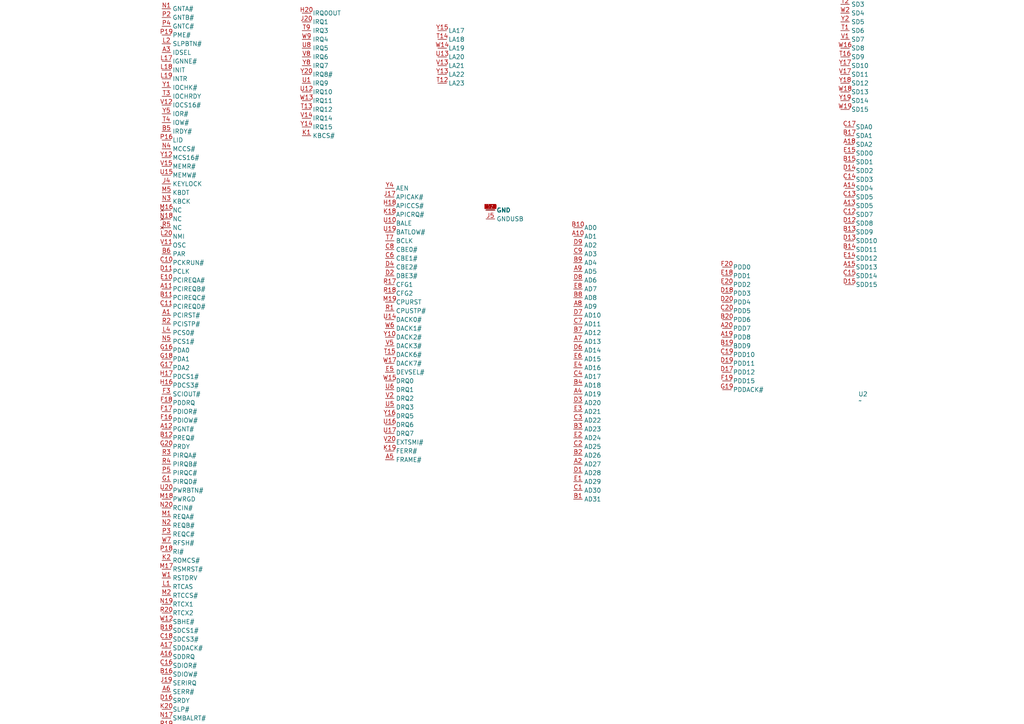
<source format=kicad_sch>
(kicad_sch (version 20231120) (generator "eeschema") (generator_version "8.0")
  (paper "A4")
  (lib_symbols
    (symbol "Library:VT82C596B"
      (property "Reference" "U" (at -35.56 200.66 0))
      (symbol "VT82C596B_0_0"
        (pin bidirectional line (at 96.52 200.66 0) (length 2.54) (name "") (number ""))
        (pin output line (at -100.33 77.47 0) (length 2.54) (name "PCIRST#") (number "A1"))
        (pin bidirectional line (at 19.05 100.33 0) (length 2.54) (name "AD1") (number "A10"))
        (pin input line (at -100.33 85.09 0) (length 2.54) (name "PCIREQB#") (number "A11"))
        (pin input line (at -100.33 44.45 0) (length 2.54) (name "PGNT#") (number "A12"))
        (pin bidirectional line (at 97.79 109.22 0) (length 2.54) (name "SDD5") (number "A13"))
        (pin bidirectional line (at 97.79 114.3 0) (length 2.54) (name "SDD4") (number "A14"))
        (pin bidirectional line (at 97.79 91.44 0) (length 2.54) (name "SDD13") (number "A15"))
        (pin input line (at -100.33 -21.59 0) (length 2.54) (name "SDDRQ") (number "A16"))
        (pin output line (at -100.33 -19.05 0) (length 2.54) (name "SDDACK#") (number "A17"))
        (pin output line (at 97.79 127 0) (length 2.54) (name "SDA2") (number "A18"))
        (pin bidirectional line (at 62.23 71.12 0) (length 2.54) (name "PDD8") (number "A19"))
        (pin bidirectional line (at 19.05 34.29 0) (length 2.54) (name "AD27") (number "A2"))
        (pin bidirectional line (at 62.23 73.66 0) (length 2.54) (name "PDD7") (number "A20"))
        (pin input line (at -100.33 153.67 0) (length 2.54) (name "IDSEL") (number "A3"))
        (pin bidirectional line (at 19.05 54.61 0) (length 2.54) (name "AD19") (number "A4"))
        (pin bidirectional line (at -35.56 35.56 0) (length 2.54) (name "FRAME#") (number "A5"))
        (pin input line (at -100.33 -31.75 0) (length 2.54) (name "SERR#") (number "A6"))
        (pin bidirectional line (at 19.05 69.85 0) (length 2.54) (name "AD13") (number "A7"))
        (pin bidirectional line (at 19.05 80.01 0) (length 2.54) (name "AD9") (number "A8"))
        (pin bidirectional line (at 19.05 90.17 0) (length 2.54) (name "AD5") (number "A9"))
        (pin bidirectional line (at 19.05 24.13 0) (length 2.54) (name "AD31") (number "B1"))
        (pin bidirectional line (at 19.05 102.87 0) (length 2.54) (name "AD0") (number "B10"))
        (pin input line (at -100.33 82.55 0) (length 2.54) (name "PCIREQC#") (number "B11"))
        (pin output line (at -100.33 41.91 0) (length 2.54) (name "PREQ#") (number "B12"))
        (pin bidirectional line (at 97.79 101.6 0) (length 2.54) (name "SDD9") (number "B13"))
        (pin bidirectional line (at 97.79 96.52 0) (length 2.54) (name "SDD11") (number "B14"))
        (pin bidirectional line (at 97.79 121.92 0) (length 2.54) (name "SDD1") (number "B15"))
        (pin output line (at -100.33 -26.67 0) (length 2.54) (name "SDIOW#") (number "B16"))
        (pin output line (at 97.79 129.54 0) (length 2.54) (name "SDA1") (number "B17"))
        (pin output line (at -100.33 -13.97 0) (length 2.54) (name "SDCS1#") (number "B18"))
        (pin bidirectional line (at 62.23 68.58 0) (length 2.54) (name "BDD9") (number "B19"))
        (pin bidirectional line (at 19.05 36.83 0) (length 2.54) (name "AD26") (number "B2"))
        (pin bidirectional line (at 62.23 76.2 0) (length 2.54) (name "PDD6") (number "B20"))
        (pin bidirectional line (at 19.05 44.45 0) (length 2.54) (name "AD23") (number "B3"))
        (pin bidirectional line (at 19.05 57.15 0) (length 2.54) (name "AD18") (number "B4"))
        (pin bidirectional line (at -100.33 130.81 0) (length 2.54) (name "IRDY#") (number "B5"))
        (pin output line (at -100.33 95.25 0) (length 2.54) (name "PAR") (number "B6"))
        (pin bidirectional line (at 19.05 72.39 0) (length 2.54) (name "AD12") (number "B7"))
        (pin bidirectional line (at 19.05 82.55 0) (length 2.54) (name "AD8") (number "B8"))
        (pin bidirectional line (at 19.05 92.71 0) (length 2.54) (name "AD4") (number "B9"))
        (pin bidirectional line (at 19.05 26.67 0) (length 2.54) (name "AD30") (number "C1"))
        (pin bidirectional line (at -100.33 92.71 0) (length 2.54) (name "PCKRUN#") (number "C10"))
        (pin input line (at -100.33 80.01 0) (length 2.54) (name "PCIREQD#") (number "C11"))
        (pin bidirectional line (at 97.79 106.68 0) (length 2.54) (name "SDD7") (number "C12"))
        (pin bidirectional line (at 97.79 111.76 0) (length 2.54) (name "SDD5") (number "C13"))
        (pin bidirectional line (at 97.79 116.84 0) (length 2.54) (name "SDD3") (number "C14"))
        (pin bidirectional line (at 97.79 88.9 0) (length 2.54) (name "SDD14") (number "C15"))
        (pin output line (at -100.33 -24.13 0) (length 2.54) (name "SDIOR#") (number "C16"))
        (pin output line (at 97.79 132.08 0) (length 2.54) (name "SDA0") (number "C17"))
        (pin output line (at -100.33 -16.51 0) (length 2.54) (name "SDCS3#") (number "C18"))
        (pin bidirectional line (at 62.23 66.04 0) (length 2.54) (name "PDD10") (number "C19"))
        (pin bidirectional line (at 19.05 39.37 0) (length 2.54) (name "AD25") (number "C2"))
        (pin bidirectional line (at 62.23 78.74 0) (length 2.54) (name "PDD5") (number "C20"))
        (pin bidirectional line (at 19.05 46.99 0) (length 2.54) (name "AD22") (number "C3"))
        (pin bidirectional line (at 19.05 59.69 0) (length 2.54) (name "AD17") (number "C4"))
        (pin bidirectional line (at -100.33 -85.09 0) (length 2.54) (name "TRDY#") (number "C5"))
        (pin bidirectional line (at -35.56 93.98 0) (length 2.54) (name "CBE1#") (number "C6"))
        (pin bidirectional line (at 19.05 74.93 0) (length 2.54) (name "AD11") (number "C7"))
        (pin bidirectional line (at -35.56 96.52 0) (length 2.54) (name "CBE0#") (number "C8"))
        (pin bidirectional line (at 19.05 95.25 0) (length 2.54) (name "AD3") (number "C9"))
        (pin bidirectional line (at 19.05 31.75 0) (length 2.54) (name "AD28") (number "D1"))
        (pin power_in line (at -6.35 107.95 0) (length 2.54) (name "GND") (number "D10"))
        (pin input line (at -100.33 90.17 0) (length 2.54) (name "PCLK") (number "D11"))
        (pin bidirectional line (at 97.79 104.14 0) (length 2.54) (name "SDD8") (number "D12"))
        (pin bidirectional line (at 97.79 99.06 0) (length 2.54) (name "SDD10") (number "D13"))
        (pin bidirectional line (at 97.79 119.38 0) (length 2.54) (name "SDD2") (number "D14"))
        (pin bidirectional line (at 97.79 86.36 0) (length 2.54) (name "SDD15") (number "D15"))
        (pin input line (at -100.33 -34.29 0) (length 2.54) (name "SRDY") (number "D16"))
        (pin bidirectional line (at 62.23 60.96 0) (length 2.54) (name "PDD12") (number "D17"))
        (pin bidirectional line (at 62.23 83.82 0) (length 2.54) (name "PDD3") (number "D18"))
        (pin bidirectional line (at 62.23 63.5 0) (length 2.54) (name "PDD11") (number "D19"))
        (pin bidirectional line (at -35.56 88.9 0) (length 2.54) (name "DBE3#") (number "D2"))
        (pin bidirectional line (at 62.23 81.28 0) (length 2.54) (name "PDD4") (number "D20"))
        (pin bidirectional line (at 19.05 52.07 0) (length 2.54) (name "AD20") (number "D3"))
        (pin bidirectional line (at -35.56 91.44 0) (length 2.54) (name "CBE2#") (number "D4"))
        (pin bidirectional line (at -100.33 -57.15 0) (length 2.54) (name "STOP#") (number "D5"))
        (pin bidirectional line (at 19.05 67.31 0) (length 2.54) (name "AD14") (number "D6"))
        (pin bidirectional line (at 19.05 77.47 0) (length 2.54) (name "AD10") (number "D7"))
        (pin bidirectional line (at 19.05 87.63 0) (length 2.54) (name "AD6") (number "D8"))
        (pin bidirectional line (at 19.05 97.79 0) (length 2.54) (name "AD2") (number "D9"))
        (pin bidirectional line (at 19.05 29.21 0) (length 2.54) (name "AD29") (number "E1"))
        (pin input line (at -100.33 87.63 0) (length 2.54) (name "PCIREQA#") (number "E10"))
        (pin power_in line (at 17.78 190.5 0) (length 2.54) (name "VCC") (number "E11"))
        (pin power_in line (at 17.78 190.5 0) (length 2.54) (name "VCC") (number "E12"))
        (pin power_in line (at -6.35 107.95 0) (length 2.54) (name "GND") (number "E13"))
        (pin bidirectional line (at 97.79 93.98 0) (length 2.54) (name "SDD12") (number "E14"))
        (pin bidirectional line (at 97.79 124.46 0) (length 2.54) (name "SDD0") (number "E15"))
        (pin power_in line (at 17.78 190.5 0) (length 2.54) (name "VCC") (number "E16"))
        (pin output line (at -100.33 -115.57 0) (length 2.54) (name "PDD14") (number "E17"))
        (pin bidirectional line (at 62.23 88.9 0) (length 2.54) (name "PDD1") (number "E18"))
        (pin output line (at -100.33 -113.03 0) (length 2.54) (name "PDD13") (number "E19"))
        (pin bidirectional line (at 19.05 41.91 0) (length 2.54) (name "AD24") (number "E2"))
        (pin bidirectional line (at 62.23 86.36 0) (length 2.54) (name "PDD2") (number "E20"))
        (pin bidirectional line (at 19.05 49.53 0) (length 2.54) (name "AD21") (number "E3"))
        (pin bidirectional line (at 19.05 62.23 0) (length 2.54) (name "AD16") (number "E4"))
        (pin bidirectional line (at -35.56 60.96 0) (length 2.54) (name "DEVSEL#") (number "E5"))
        (pin bidirectional line (at 19.05 64.77 0) (length 2.54) (name "AD15") (number "E6"))
        (pin power_in line (at -6.35 107.95 0) (length 2.54) (name "GND") (number "E7"))
        (pin bidirectional line (at 19.05 85.09 0) (length 2.54) (name "AD7") (number "E8"))
        (pin power_in line (at 17.78 190.5 0) (length 2.54) (name "VCC") (number "E9"))
        (pin bidirectional line (at -100.33 -102.87 0) (length 2.54) (name "USBP1+") (number "F1"))
        (pin power_in line (at 17.78 190.5 0) (length 2.54) (name "VCC") (number "F14"))
        (pin power_in line (at 17.78 190.5 0) (length 2.54) (name "VCC") (number "F15"))
        (pin output line (at -100.33 46.99 0) (length 2.54) (name "PDIOW#") (number "F16"))
        (pin output line (at -100.33 49.53 0) (length 2.54) (name "PDIOR#") (number "F17"))
        (pin input line (at -100.33 52.07 0) (length 2.54) (name "PDDRQ") (number "F18"))
        (pin bidirectional line (at 62.23 58.42 0) (length 2.54) (name "PDD15") (number "F19"))
        (pin output line (at -63.5 177.8 0) (length 2.54) (name "GPO28") (number "F2"))
        (pin bidirectional line (at 62.23 91.44 0) (length 2.54) (name "PDD0") (number "F20"))
        (pin output line (at -100.33 54.61 0) (length 2.54) (name "SCIOUT#") (number "F3"))
        (pin output line (at -63.5 175.26 0) (length 2.54) (name "GPO30") (number "F4"))
        (pin power_in line (at 17.78 190.5 0) (length 2.54) (name "VCC") (number "F5"))
        (pin power_in line (at 17.78 190.5 0) (length 2.54) (name "VCC") (number "F6"))
        (pin bidirectional line (at -100.33 29.21 0) (length 2.54) (name "PIRQD#") (number "G1"))
        (pin output line (at -100.33 67.31 0) (length 2.54) (name "PDA0") (number "G16"))
        (pin output line (at -100.33 62.23 0) (length 2.54) (name "PDA2") (number "G17"))
        (pin output line (at -100.33 64.77 0) (length 2.54) (name "PDA1") (number "G18"))
        (pin output line (at 62.23 55.88 0) (length 2.54) (name "PDDACK#") (number "G19"))
        (pin bidirectional line (at -100.33 -97.79 0) (length 2.54) (name "USBP0+") (number "G2"))
        (pin input line (at -100.33 39.37 0) (length 2.54) (name "PRDY") (number "G20"))
        (pin input line (at -63.5 187.96 0) (length 2.54) (name "GPI21") (number "G3"))
        (pin output line (at -63.5 185.42 0) (length 2.54) (name "GPO0") (number "G4"))
        (pin output line (at -63.5 180.34 0) (length 2.54) (name "GPO27") (number "G5"))
        (pin power_in line (at 17.78 190.5 0) (length 2.54) (name "VCC") (number "G6"))
        (pin input line (at -63.5 195.58 0) (length 2.54) (name "GPI18") (number "H1"))
        (pin output line (at -100.33 57.15 0) (length 2.54) (name "PDCS3#") (number "H16"))
        (pin output line (at -100.33 59.69 0) (length 2.54) (name "PDCS1#") (number "H17"))
        (pin output line (at -35.56 109.22 0) (length 2.54) (name "APICCS#") (number "H18"))
        (pin input line (at -100.33 -82.55 0) (length 2.54) (name "THRM#") (number "H19"))
        (pin bidirectional line (at -100.33 -100.33 0) (length 2.54) (name "USBP1-") (number "H2"))
        (pin output line (at -59.69 165.1 0) (length 2.54) (name "IRQ0OUT") (number "H20"))
        (pin bidirectional line (at -100.33 -95.25 0) (length 2.54) (name "USBP0-") (number "H3"))
        (pin input line (at -63.5 193.04 0) (length 2.54) (name "GPI19") (number "H4"))
        (pin input line (at -63.5 190.5 0) (length 2.54) (name "GPI20") (number "H5"))
        (pin input line (at -100.33 -90.17 0) (length 2.54) (name "USBOC0#") (number "J1"))
        (pin power_in line (at -6.35 107.95 0) (length 2.54) (name "GND") (number "J10"))
        (pin power_in line (at -6.35 107.95 0) (length 2.54) (name "GND") (number "J11"))
        (pin power_in line (at -6.35 107.95 0) (length 2.54) (name "GND") (number "J12"))
        (pin power_in line (at 17.78 182.88 0) (length 2.54) (name "VREF") (number "J16"))
        (pin output line (at -35.56 111.76 0) (length 2.54) (name "APICAK#") (number "J17"))
        (pin output line (at -100.33 -59.69 0) (length 2.54) (name "STPCLK#") (number "J18"))
        (pin input line (at -100.33 -29.21 0) (length 2.54) (name "SERIRQ") (number "J19"))
        (pin input line (at -100.33 -92.71 0) (length 2.54) (name "USBOC1#") (number "J2"))
        (pin input line (at -59.69 162.56 0) (length 2.54) (name "IRQ1") (number "J20"))
        (pin input line (at -63.5 205.74 0) (length 2.54) (name "GPI14") (number "J3"))
        (pin input line (at -100.33 115.57 0) (length 2.54) (name "KEYLOCK") (number "J4"))
        (pin power_in line (at -6.35 105.41 0) (length 2.54) (name "GNDUSB") (number "J5"))
        (pin power_in line (at -6.35 107.95 0) (length 2.54) (name "GND") (number "J9"))
        (pin bidirectional line (at -59.69 129.54 0) (length 2.54) (name "KBCS#") (number "K1"))
        (pin power_in line (at -6.35 107.95 0) (length 2.54) (name "GND") (number "K10"))
        (pin power_in line (at -6.35 107.95 0) (length 2.54) (name "GND") (number "K11"))
        (pin power_in line (at -6.35 107.95 0) (length 2.54) (name "GND") (number "K12"))
        (pin output line (at -100.33 -110.49 0) (length 2.54) (name "ZZ") (number "K16"))
        (pin output line (at -100.33 -54.61 0) (length 2.54) (name "SPKR") (number "K17"))
        (pin input line (at -35.56 106.68 0) (length 2.54) (name "APICRQ#") (number "K18"))
        (pin input line (at -35.56 38.1 0) (length 2.54) (name "FERR#") (number "K19"))
        (pin output line (at -100.33 6.35 0) (length 2.54) (name "ROMCS#") (number "K2"))
        (pin output line (at -100.33 -36.83 0) (length 2.54) (name "SLP#") (number "K20"))
        (pin input line (at -63.5 200.66 0) (length 2.54) (name "GPI16") (number "K3"))
        (pin input line (at -63.5 198.12 0) (length 2.54) (name "GPI17") (number "K4"))
        (pin power_in line (at 17.78 185.42 0) (length 2.54) (name "VCCUSB") (number "K5"))
        (pin power_in line (at -6.35 107.95 0) (length 2.54) (name "GND") (number "K9"))
        (pin output line (at -100.33 -1.27 0) (length 2.54) (name "RTCAS") (number "L1"))
        (pin power_in line (at -6.35 107.95 0) (length 2.54) (name "GND") (number "L10"))
        (pin power_in line (at -6.35 107.95 0) (length 2.54) (name "GND") (number "L11"))
        (pin power_in line (at -6.35 107.95 0) (length 2.54) (name "GND") (number "L12"))
        (pin power_in line (at 17.78 193.04 0) (length 2.54) (name "VBAT") (number "L16"))
        (pin output line (at -100.33 151.13 0) (length 2.54) (name "IGNNE#") (number "L17"))
        (pin output line (at -100.33 148.59 0) (length 2.54) (name "INIT") (number "L18"))
        (pin output line (at -100.33 146.05 0) (length 2.54) (name "INTR") (number "L19"))
        (pin input line (at -100.33 156.21 0) (length 2.54) (name "SLPBTN#") (number "L2"))
        (pin output line (at -100.33 100.33 0) (length 2.54) (name "NMI") (number "L20"))
        (pin input line (at -100.33 -87.63 0) (length 2.54) (name "USBCLK") (number "L3"))
        (pin output line (at -100.33 72.39 0) (length 2.54) (name "PCS0#") (number "L4"))
        (pin input line (at -63.5 203.2 0) (length 2.54) (name "GPI15") (number "L5"))
        (pin power_in line (at -6.35 107.95 0) (length 2.54) (name "GND") (number "L9"))
        (pin input line (at -100.33 19.05 0) (length 2.54) (name "REQA#") (number "M1"))
        (pin power_in line (at -6.35 107.95 0) (length 2.54) (name "GND") (number "M10"))
        (pin power_in line (at -6.35 107.95 0) (length 2.54) (name "GND") (number "M11"))
        (pin power_in line (at -6.35 107.95 0) (length 2.54) (name "GND") (number "M12"))
        (pin no_connect line (at -100.33 107.95 0) (length 2.54) (name "NC") (number "M16"))
        (pin input line (at -100.33 3.81 0) (length 2.54) (name "RSMRST#") (number "M17"))
        (pin input line (at -100.33 24.13 0) (length 2.54) (name "PWRGD") (number "M18"))
        (pin input line (at -35.56 81.28 0) (length 2.54) (name "CPURST") (number "M19"))
        (pin output line (at -100.33 -3.81 0) (length 2.54) (name "RTCCS#") (number "M2"))
        (pin output line (at -35.56 198.12 0) (length 2.54) (name "A20M#") (number "M20"))
        (pin output line (at -100.33 -118.11 0) (length 2.54) (name "XDIR#") (number "M3"))
        (pin output line (at -100.33 -105.41 0) (length 2.54) (name "XOE#") (number "M4"))
        (pin bidirectional line (at -100.33 113.03 0) (length 2.54) (name "KBDT") (number "M5"))
        (pin power_in line (at -6.35 107.95 0) (length 2.54) (name "GND") (number "M9"))
        (pin input line (at -100.33 166.37 0) (length 2.54) (name "GNTA#") (number "N1"))
        (pin power_in line (at 17.78 187.96 0) (length 2.54) (name "VCCSUS") (number "N16"))
        (pin input line (at -100.33 -39.37 0) (length 2.54) (name "SMBALRT#") (number "N17"))
        (pin no_connect line (at -100.33 105.41 0) (length 2.54) (name "NC") (number "N18"))
        (pin input line (at -100.33 -6.35 0) (length 2.54) (name "RTCX1") (number "N19"))
        (pin input line (at -100.33 16.51 0) (length 2.54) (name "REQB#") (number "N2"))
        (pin input line (at -100.33 21.59 0) (length 2.54) (name "RCIN#") (number "N20"))
        (pin bidirectional line (at -100.33 110.49 0) (length 2.54) (name "KBCK") (number "N3"))
        (pin output line (at -100.33 125.73 0) (length 2.54) (name "MCCS#") (number "N4"))
        (pin output line (at -100.33 69.85 0) (length 2.54) (name "PCS1#") (number "N5"))
        (pin bidirectional line (at -35.56 200.66 0) (length 2.54) (name "A20GATE") (number "P1"))
        (pin power_in line (at 17.78 190.5 0) (length 2.54) (name "VCC") (number "P15"))
        (pin input line (at -100.33 128.27 0) (length 2.54) (name "LID") (number "P16"))
        (pin output line (at -100.33 -69.85 0) (length 2.54) (name "SUSCLK") (number "P17"))
        (pin input line (at -100.33 8.89 0) (length 2.54) (name "RI#") (number "P18"))
        (pin input line (at -100.33 158.75 0) (length 2.54) (name "PME#") (number "P19"))
        (pin input line (at -100.33 163.83 0) (length 2.54) (name "GNTB#") (number "P2"))
        (pin output line (at -100.33 -52.07 0) (length 2.54) (name "SMI#") (number "P20"))
        (pin input line (at -100.33 13.97 0) (length 2.54) (name "REQC#") (number "P3"))
        (pin input line (at -100.33 161.29 0) (length 2.54) (name "GNTC#") (number "P4"))
        (pin bidirectional line (at -100.33 31.75 0) (length 2.54) (name "PIRQC#") (number "P5"))
        (pin output line (at -35.56 78.74 0) (length 2.54) (name "CPUSTP#") (number "R1"))
        (pin power_in line (at 17.78 190.5 0) (length 2.54) (name "VCC") (number "R15"))
        (pin power_in line (at 17.78 187.96 0) (length 2.54) (name "VCCSUS") (number "R16"))
        (pin input line (at -35.56 86.36 0) (length 2.54) (name "CFG1") (number "R17"))
        (pin input line (at -35.56 83.82 0) (length 2.54) (name "CFG2") (number "R18"))
        (pin bidirectional line (at -100.33 -41.91 0) (length 2.54) (name "SMBCLK") (number "R19"))
        (pin output line (at -100.33 74.93 0) (length 2.54) (name "PCISTP#") (number "R2"))
        (pin output line (at -100.33 -8.89 0) (length 2.54) (name "RTCX2") (number "R20"))
        (pin bidirectional line (at -100.33 36.83 0) (length 2.54) (name "PIRQA#") (number "R3"))
        (pin bidirectional line (at -100.33 34.29 0) (length 2.54) (name "PIRQB#") (number "R4"))
        (pin no_connect line (at -100.33 102.87 0) (length 2.54) (name "NC") (number "R5"))
        (pin power_in line (at 17.78 190.5 0) (length 2.54) (name "VCC") (number "R6"))
        (pin power_in line (at 17.78 190.5 0) (length 2.54) (name "VCC") (number "R7"))
        (pin bidirectional line (at 96.52 160.02 0) (length 2.54) (name "SD6") (number "T1"))
        (pin bidirectional line (at 96.52 215.9 0) (length 2.54) (name "SA4") (number "T10"))
        (pin bidirectional line (at 96.52 223.52 0) (length 2.54) (name "SA1") (number "T11"))
        (pin bidirectional line (at -20.32 144.78 0) (length 2.54) (name "LA23") (number "T12"))
        (pin input line (at -59.69 137.16 0) (length 2.54) (name "IRQ12") (number "T13"))
        (pin bidirectional line (at -20.32 157.48 0) (length 2.54) (name "LA18") (number "T14"))
        (pin output line (at -35.56 66.04 0) (length 2.54) (name "DACK6#") (number "T15"))
        (pin bidirectional line (at 96.52 152.4 0) (length 2.54) (name "SD9") (number "T16"))
        (pin output line (at -100.33 -72.39 0) (length 2.54) (name "SUSST1#") (number "T17"))
        (pin output line (at -100.33 -74.93 0) (length 2.54) (name "SUSST2#") (number "T18"))
        (pin output line (at -63.5 182.88 0) (length 2.54) (name "GPO8") (number "T19"))
        (pin bidirectional line (at 96.52 167.64 0) (length 2.54) (name "SD3") (number "T2"))
        (pin bidirectional line (at -100.33 -44.45 0) (length 2.54) (name "SMBDATA") (number "T20"))
        (pin bidirectional line (at -100.33 140.97 0) (length 2.54) (name "IOCHRDY") (number "T3"))
        (pin bidirectional line (at -100.33 133.35 0) (length 2.54) (name "IOW#") (number "T4"))
        (pin bidirectional line (at 96.52 185.42 0) (length 2.54) (name "SA16") (number "T5"))
        (pin power_in line (at 17.78 190.5 0) (length 2.54) (name "VCC") (number "T6"))
        (pin output line (at -35.56 99.06 0) (length 2.54) (name "BCLK") (number "T7"))
        (pin bidirectional line (at 96.52 203.2 0) (length 2.54) (name "SA9") (number "T8"))
        (pin input line (at -59.69 160.02 0) (length 2.54) (name "IRQ3") (number "T9"))
        (pin input line (at -59.69 144.78 0) (length 2.54) (name "IRQ9") (number "U1"))
        (pin output line (at -35.56 104.14 0) (length 2.54) (name "BALE") (number "U10"))
        (pin bidirectional line (at 96.52 226.06 0) (length 2.54) (name "SA0") (number "U11"))
        (pin input line (at -59.69 142.24 0) (length 2.54) (name "IRQ10") (number "U12"))
        (pin bidirectional line (at -20.32 152.4 0) (length 2.54) (name "LA20") (number "U13"))
        (pin output line (at -35.56 76.2 0) (length 2.54) (name "DACK0#") (number "U14"))
        (pin bidirectional line (at -100.33 118.11 0) (length 2.54) (name "MEMW#") (number "U15"))
        (pin input line (at -35.56 45.72 0) (length 2.54) (name "DRQ6") (number "U16"))
        (pin input line (at -35.56 43.18 0) (length 2.54) (name "DRQ7") (number "U17"))
        (pin output line (at -100.33 -67.31 0) (length 2.54) (name "SUSC#") (number "U18"))
        (pin input line (at -35.56 101.6 0) (length 2.54) (name "BATLOW#") (number "U19"))
        (pin bidirectional line (at 96.52 170.18 0) (length 2.54) (name "SD2") (number "U2"))
        (pin input line (at -100.33 26.67 0) (length 2.54) (name "PWRBTN#") (number "U20"))
        (pin output line (at -100.33 -49.53 0) (length 2.54) (name "SMEMW#") (number "U3"))
        (pin bidirectional line (at 96.52 180.34 0) (length 2.54) (name "SA18") (number "U4"))
        (pin input line (at -35.56 50.8 0) (length 2.54) (name "DRQ3") (number "U5"))
        (pin input line (at -35.56 55.88 0) (length 2.54) (name "DRQ1") (number "U6"))
        (pin bidirectional line (at 96.52 198.12 0) (length 2.54) (name "SA11") (number "U7"))
        (pin input line (at -59.69 154.94 0) (length 2.54) (name "IRQ5") (number "U8"))
        (pin bidirectional line (at 96.52 210.82 0) (length 2.54) (name "SA6") (number "U9"))
        (pin bidirectional line (at 96.52 157.48 0) (length 2.54) (name "SD7") (number "V1"))
        (pin output line (at -100.33 -77.47 0) (length 2.54) (name "TC") (number "V10"))
        (pin input line (at -100.33 97.79 0) (length 2.54) (name "OSC") (number "V11"))
        (pin bidirectional line (at -100.33 138.43 0) (length 2.54) (name "IOCS16#") (number "V12"))
        (pin bidirectional line (at -20.32 149.86 0) (length 2.54) (name "LA21") (number "V13"))
        (pin input line (at -59.69 134.62 0) (length 2.54) (name "IRQ14") (number "V14"))
        (pin bidirectional line (at -100.33 120.65 0) (length 2.54) (name "MEMR#") (number "V15"))
        (pin output line (at 96.52 203.2 0) (length 2.54) (name "DACK6#") (number "V16"))
        (pin bidirectional line (at 96.52 147.32 0) (length 2.54) (name "SD11") (number "V17"))
        (pin input line (at -100.33 -80.01 0) (length 2.54) (name "TEST#") (number "V18"))
        (pin output line (at -100.33 -64.77 0) (length 2.54) (name "SUSB#") (number "V19"))
        (pin input line (at -35.56 53.34 0) (length 2.54) (name "DRQ2") (number "V2"))
        (pin bidirectional line (at -35.56 40.64 0) (length 2.54) (name "EXTSMI#") (number "V20"))
        (pin bidirectional line (at 96.52 175.26 0) (length 2.54) (name "SD0") (number "V3"))
        (pin bidirectional line (at 96.52 177.8 0) (length 2.54) (name "SA19") (number "V4"))
        (pin output line (at -35.56 68.58 0) (length 2.54) (name "DACK3#") (number "V5"))
        (pin bidirectional line (at 96.52 190.5 0) (length 2.54) (name "SA14") (number "V6"))
        (pin bidirectional line (at 96.52 195.58 0) (length 2.54) (name "SA12") (number "V7"))
        (pin input line (at -59.69 152.4 0) (length 2.54) (name "IRQ6") (number "V8"))
        (pin bidirectional line (at 96.52 208.28 0) (length 2.54) (name "SA7") (number "V9"))
        (pin output line (at -100.33 1.27 0) (length 2.54) (name "RSTDRV") (number "W1"))
        (pin bidirectional line (at 96.52 213.36 0) (length 2.54) (name "SA5") (number "W10"))
        (pin bidirectional line (at 96.52 220.98 0) (length 2.54) (name "SA2") (number "W11"))
        (pin bidirectional line (at -100.33 -11.43 0) (length 2.54) (name "SBHE#") (number "W12"))
        (pin input line (at -59.69 139.7 0) (length 2.54) (name "IRQ11") (number "W13"))
        (pin bidirectional line (at -20.32 154.94 0) (length 2.54) (name "LA19") (number "W14"))
        (pin bidirectional line (at -35.56 58.42 0) (length 2.54) (name "DRQ0") (number "W15"))
        (pin bidirectional line (at 96.52 154.94 0) (length 2.54) (name "SD8") (number "W16"))
        (pin output line (at -35.56 63.5 0) (length 2.54) (name "DACK7#") (number "W17"))
        (pin bidirectional line (at 96.52 142.24 0) (length 2.54) (name "SD13") (number "W18"))
        (pin bidirectional line (at 96.52 137.16 0) (length 2.54) (name "SD15") (number "W19"))
        (pin bidirectional line (at 96.52 165.1 0) (length 2.54) (name "SD4") (number "W2"))
        (pin output line (at -100.33 -62.23 0) (length 2.54) (name "SUSA#") (number "W20"))
        (pin bidirectional line (at 96.52 172.72 0) (length 2.54) (name "SD1") (number "W3"))
        (pin output line (at -100.33 -46.99 0) (length 2.54) (name "SMEMR#") (number "W4"))
        (pin bidirectional line (at 96.52 182.88 0) (length 2.54) (name "SA17") (number "W5"))
        (pin output line (at -35.56 73.66 0) (length 2.54) (name "DACK1#") (number "W6"))
        (pin bidirectional line (at -100.33 11.43 0) (length 2.54) (name "RFSH#") (number "W7"))
        (pin bidirectional line (at 96.52 200.66 0) (length 2.54) (name "SA10") (number "W8"))
        (pin input line (at -59.69 157.48 0) (length 2.54) (name "IRQ4") (number "W9"))
        (pin input line (at -100.33 143.51 0) (length 2.54) (name "IOCHK#") (number "Y1"))
        (pin output line (at -35.56 71.12 0) (length 2.54) (name "DACK2#") (number "Y10"))
        (pin bidirectional line (at 96.52 218.44 0) (length 2.54) (name "SA3") (number "Y11"))
        (pin bidirectional line (at -100.33 123.19 0) (length 2.54) (name "MCS16#") (number "Y12"))
        (pin bidirectional line (at -20.32 147.32 0) (length 2.54) (name "LA22") (number "Y13"))
        (pin input line (at -59.69 132.08 0) (length 2.54) (name "IRQ15") (number "Y14"))
        (pin bidirectional line (at -20.32 160.02 0) (length 2.54) (name "LA17") (number "Y15"))
        (pin input line (at -35.56 48.26 0) (length 2.54) (name "DRQ5") (number "Y16"))
        (pin bidirectional line (at 96.52 149.86 0) (length 2.54) (name "SD10") (number "Y17"))
        (pin bidirectional line (at 96.52 144.78 0) (length 2.54) (name "SD12") (number "Y18"))
        (pin bidirectional line (at 96.52 139.7 0) (length 2.54) (name "SD14") (number "Y19"))
        (pin bidirectional line (at 96.52 162.56 0) (length 2.54) (name "SD5") (number "Y2"))
        (pin input line (at -59.69 147.32 0) (length 2.54) (name "IRQ8#") (number "Y20"))
        (pin input line (at -100.33 -107.95 0) (length 2.54) (name "ZWS#") (number "Y3"))
        (pin output line (at -35.56 114.3 0) (length 2.54) (name "AEN") (number "Y4"))
        (pin bidirectional line (at -100.33 135.89 0) (length 2.54) (name "IOR#") (number "Y5"))
        (pin bidirectional line (at 96.52 187.96 0) (length 2.54) (name "SA15") (number "Y6"))
        (pin bidirectional line (at 96.52 193.04 0) (length 2.54) (name "SA13") (number "Y7"))
        (pin input line (at -59.69 149.86 0) (length 2.54) (name "IRQ7") (number "Y8"))
        (pin bidirectional line (at 96.52 205.74 0) (length 2.54) (name "SA8") (number "Y9"))
      )
    )
  )
  (symbol (lib_id "Library:VT82C596B") (at 147.32 168.91 0) (unit 1)
    (property "Reference" "U2" (at 248.92 114.2999 0) (effects (justify left)))
    (property "Value" "~" (at 248.92 116.205 0) (effects (justify left)))
    (property "Footprint" "Library:VT82C596B" (effects (hide yes)))
  )
)
</source>
